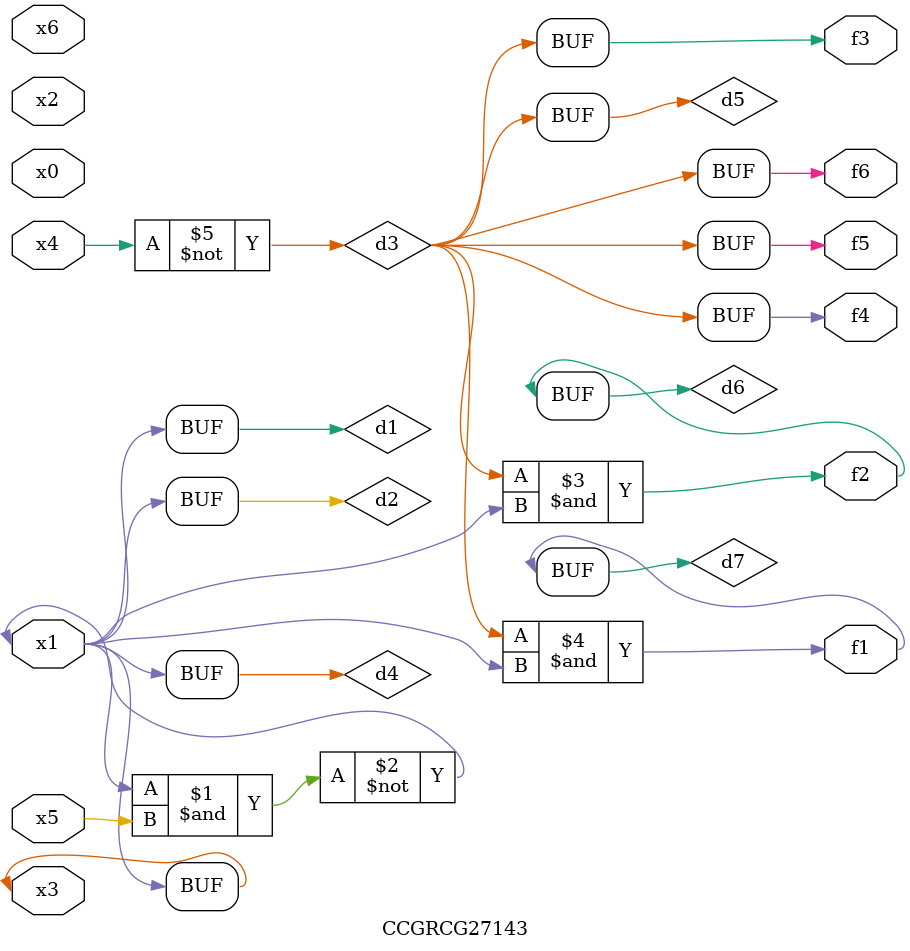
<source format=v>
module CCGRCG27143(
	input x0, x1, x2, x3, x4, x5, x6,
	output f1, f2, f3, f4, f5, f6
);

	wire d1, d2, d3, d4, d5, d6, d7;

	buf (d1, x1, x3);
	nand (d2, x1, x5);
	not (d3, x4);
	buf (d4, d1, d2);
	buf (d5, d3);
	and (d6, d3, d4);
	and (d7, d3, d4);
	assign f1 = d7;
	assign f2 = d6;
	assign f3 = d5;
	assign f4 = d5;
	assign f5 = d5;
	assign f6 = d5;
endmodule

</source>
